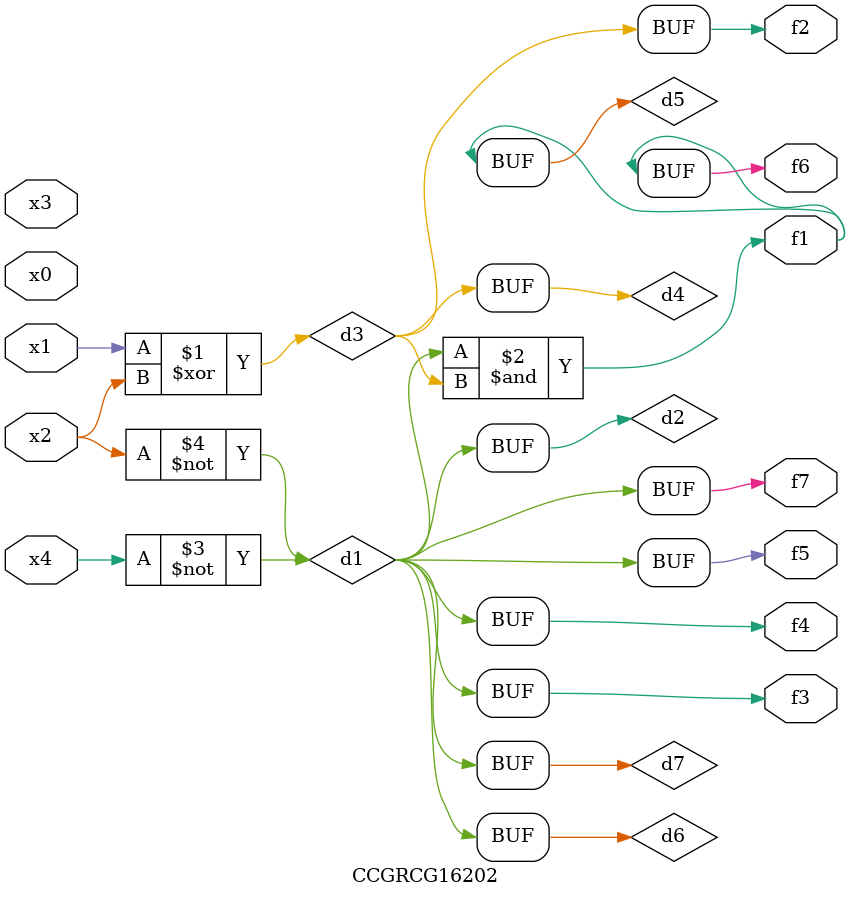
<source format=v>
module CCGRCG16202(
	input x0, x1, x2, x3, x4,
	output f1, f2, f3, f4, f5, f6, f7
);

	wire d1, d2, d3, d4, d5, d6, d7;

	not (d1, x4);
	not (d2, x2);
	xor (d3, x1, x2);
	buf (d4, d3);
	and (d5, d1, d3);
	buf (d6, d1, d2);
	buf (d7, d2);
	assign f1 = d5;
	assign f2 = d4;
	assign f3 = d7;
	assign f4 = d7;
	assign f5 = d7;
	assign f6 = d5;
	assign f7 = d7;
endmodule

</source>
